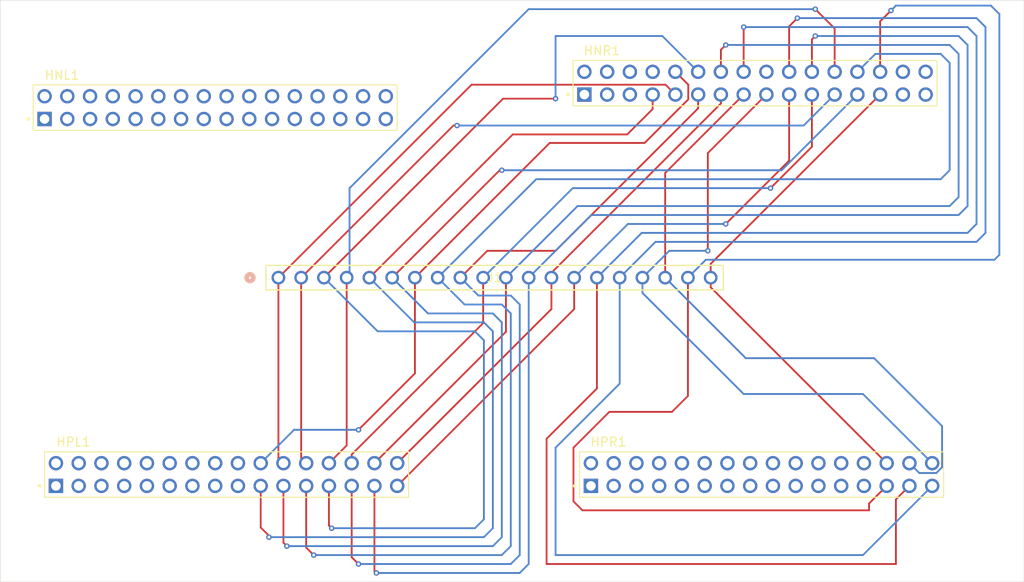
<source format=kicad_pcb>
(kicad_pcb (version 20240108) (generator "pcbnew") (generator_version "8.0")
  (layers (0 "F.Cu" signal) (31 "B.Cu" signal) (34 "B.Paste" user) (35 "F.Paste" user) (36 "B.SilkS" user "B.Silkscreen") (37 "F.SilkS" user "F.Silkscreen") (38 "B.Mask" user) (39 "F.Mask" user) (44 "Edge.Cuts" user))
  (net 0 "")
  (net 1 "1x2")
  (net 2 "2x4")
  (net 3 "1x3")
  (net 4 "2x3")
  (net 5 "2x2")
  (net 6 "2x1")
  (net 7 "1x1")
  (net 8 "3x2")
  (net 9 "3x1")
  (net 10 "4x2")
  (net 11 "4x1")
  (net 12 "3x4")
  (net 13 "SOURCE")
  (net 14 "1x4")
  (net 15 "3x3")
  (net 16 "4x3")
  (net 17 "BCOM")
  (net 18 "GATE")
  (net 19 "BULK")
  (net 20 "4x4")
  (footprint "MountingHole:MountingHole_3mm" (layer "F.Cu") (at 221 94)
    (property "Reference" "REF**" (hide yes))
    (property "Value" "MountingHole_3mm" (hide yes))
    (pad "" np_thru_hole circle (at 0 0) (size 3 3) (drill 3) (layers "*.Cu" "*.Mask"))
  )
  (footprint "M20-9981645:HARWIN_M20-9981645" (layer "F.Cu") (at 136.27 114)
    (property "Reference" "HPL1" (at -17.105 -3.635 0) (layer "F.SilkS"))
    (property "Value" "M20-9981645" (hide yes))
    (fp_line (start -20.32 -2.54) (end 20.32 -2.54) (stroke (width 0.127)) (layer "F.SilkS"))
    (fp_line (start -20.32 2.54) (end -20.32 -2.54) (stroke (width 0.127)) (layer "F.SilkS"))
    (fp_line (start 20.32 -2.54) (end 20.32 2.54) (stroke (width 0.127)) (layer "F.SilkS"))
    (fp_line (start 20.32 2.54) (end -20.32 2.54) (stroke (width 0.127)) (layer "F.SilkS"))
    (fp_circle (center -20.88 1.27) (end -20.78 1.27) (stroke (width 0.2)) (fill none) (layer "F.SilkS"))
    (pad "1" thru_hole rect (at -19.05 1.27) (size 1.605 1.605) (drill 1.07) (layers "*.Cu" "*.Mask"))
    (pad "2" thru_hole circle (at -19.05 -1.27) (size 1.605 1.605) (drill 1.07) (layers "*.Cu" "*.Mask"))
    (pad "3" thru_hole circle (at -16.51 1.27) (size 1.605 1.605) (drill 1.07) (layers "*.Cu" "*.Mask"))
    (pad "4" thru_hole circle (at -16.51 -1.27) (size 1.605 1.605) (drill 1.07) (layers "*.Cu" "*.Mask"))
    (pad "5" thru_hole circle (at -13.97 1.27) (size 1.605 1.605) (drill 1.07) (layers "*.Cu" "*.Mask"))
    (pad "6" thru_hole circle (at -13.97 -1.27) (size 1.605 1.605) (drill 1.07) (layers "*.Cu" "*.Mask"))
    (pad "7" thru_hole circle (at -11.43 1.27) (size 1.605 1.605) (drill 1.07) (layers "*.Cu" "*.Mask"))
    (pad "8" thru_hole circle (at -11.43 -1.27) (size 1.605 1.605) (drill 1.07) (layers "*.Cu" "*.Mask"))
    (pad "9" thru_hole circle (at -8.89 1.27) (size 1.605 1.605) (drill 1.07) (layers "*.Cu" "*.Mask"))
    (pad "10" thru_hole circle (at -8.89 -1.27) (size 1.605 1.605) (drill 1.07) (layers "*.Cu" "*.Mask"))
    (pad "11" thru_hole circle (at -6.35 1.27) (size 1.605 1.605) (drill 1.07) (layers "*.Cu" "*.Mask"))
    (pad "12" thru_hole circle (at -6.35 -1.27) (size 1.605 1.605) (drill 1.07) (layers "*.Cu" "*.Mask"))
    (pad "13" thru_hole circle (at -3.81 1.27) (size 1.605 1.605) (drill 1.07) (layers "*.Cu" "*.Mask"))
    (pad "14" thru_hole circle (at -3.81 -1.27) (size 1.605 1.605) (drill 1.07) (layers "*.Cu" "*.Mask"))
    (pad "15" thru_hole circle (at -1.27 1.27) (size 1.605 1.605) (drill 1.07) (layers "*.Cu" "*.Mask"))
    (pad "16" thru_hole circle (at -1.27 -1.27) (size 1.605 1.605) (drill 1.07) (layers "*.Cu" "*.Mask"))
    (pad "17" thru_hole circle (at 1.27 1.27) (size 1.605 1.605) (drill 1.07) (layers "*.Cu" "*.Mask"))
    (pad "18" thru_hole circle (at 1.27 -1.27) (size 1.605 1.605) (drill 1.07) (layers "*.Cu" "*.Mask"))
    (pad "19" thru_hole circle (at 3.81 1.27) (size 1.605 1.605) (drill 1.07) (layers "*.Cu" "*.Mask") (net 6 "2x1"))
    (pad "20" thru_hole circle (at 3.81 -1.27) (size 1.605 1.605) (drill 1.07) (layers "*.Cu" "*.Mask") (net 4 "2x3"))
    (pad "21" thru_hole circle (at 6.35 1.27) (size 1.605 1.605) (drill 1.07) (layers "*.Cu" "*.Mask") (net 5 "2x2"))
    (pad "22" thru_hole circle (at 6.35 -1.27) (size 1.605 1.605) (drill 1.07) (layers "*.Cu" "*.Mask") (net 7 "1x1"))
    (pad "23" thru_hole circle (at 8.89 1.27) (size 1.605 1.605) (drill 1.07) (layers "*.Cu" "*.Mask") (net 2 "2x4"))
    (pad "24" thru_hole circle (at 8.89 -1.27) (size 1.605 1.605) (drill 1.07) (layers "*.Cu" "*.Mask") (net 1 "1x2"))
    (pad "25" thru_hole circle (at 11.43 1.27) (size 1.605 1.605) (drill 1.07) (layers "*.Cu" "*.Mask") (net 3 "1x3"))
    (pad "26" thru_hole circle (at 11.43 -1.27) (size 1.605 1.605) (drill 1.07) (layers "*.Cu" "*.Mask") (net 14 "1x4"))
    (pad "27" thru_hole circle (at 13.97 1.27) (size 1.605 1.605) (drill 1.07) (layers "*.Cu" "*.Mask") (net 9 "3x1"))
    (pad "28" thru_hole circle (at 13.97 -1.27) (size 1.605 1.605) (drill 1.07) (layers "*.Cu" "*.Mask") (net 8 "3x2"))
    (pad "29" thru_hole circle (at 16.51 1.27) (size 1.605 1.605) (drill 1.07) (layers "*.Cu" "*.Mask") (net 12 "3x4"))
    (pad "30" thru_hole circle (at 16.51 -1.27) (size 1.605 1.605) (drill 1.07) (layers "*.Cu" "*.Mask") (net 15 "3x3"))
    (pad "31" thru_hole circle (at 19.05 1.27) (size 1.605 1.605) (drill 1.07) (layers "*.Cu" "*.Mask") (net 10 "4x2"))
    (pad "32" thru_hole circle (at 19.05 -1.27) (size 1.605 1.605) (drill 1.07) (layers "*.Cu" "*.Mask") (net 11 "4x1"))
  )
  (footprint "footprints:CONN_PH1-20-UA_ADM" (layer "F.Cu") (at 142.06 92)
    (property "Reference" "J1" (at 24.13 0 0) (layer "F.SilkS"))
    (property "Value" "PH1-20-UA")
    (fp_circle (center -3.175 0) (end -2.794 0) (stroke (width 0.508)) (fill none) (layer "B.SilkS"))
    (fp_line (start -1.397 -1.3716) (end -1.397 1.3716) (stroke (width 0.1524)) (layer "F.SilkS"))
    (fp_line (start -1.397 1.3716) (end 49.657 1.3716) (stroke (width 0.1524)) (layer "F.SilkS"))
    (fp_line (start 49.657 -1.3716) (end -1.397 -1.3716) (stroke (width 0.1524)) (layer "F.SilkS"))
    (fp_line (start 49.657 1.3716) (end 49.657 -1.3716) (stroke (width 0.1524)) (layer "F.SilkS"))
    (fp_circle (center -3.175 0) (end -2.794 0) (stroke (width 0.508)) (fill none) (layer "F.SilkS"))
    (pad "1" thru_hole circle (at 0 0) (size 1.524 1.524) (drill 1.016) (layers "*.Cu" "*.Mask") (net 7 "1x1"))
    (pad "2" thru_hole circle (at 2.54 0) (size 1.524 1.524) (drill 1.016) (layers "*.Cu" "*.Mask") (net 1 "1x2"))
    (pad "3" thru_hole circle (at 5.08 0) (size 1.524 1.524) (drill 1.016) (layers "*.Cu" "*.Mask") (net 3 "1x3"))
    (pad "4" thru_hole circle (at 7.62 0) (size 1.524 1.524) (drill 1.016) (layers "*.Cu" "*.Mask") (net 14 "1x4"))
    (pad "5" thru_hole circle (at 10.16 0) (size 1.524 1.524) (drill 1.016) (layers "*.Cu" "*.Mask") (net 6 "2x1"))
    (pad "6" thru_hole circle (at 12.7 0) (size 1.524 1.524) (drill 1.016) (layers "*.Cu" "*.Mask") (net 5 "2x2"))
    (pad "7" thru_hole circle (at 15.24 0) (size 1.524 1.524) (drill 1.016) (layers "*.Cu" "*.Mask") (net 4 "2x3"))
    (pad "8" thru_hole circle (at 17.78 0) (size 1.524 1.524) (drill 1.016) (layers "*.Cu" "*.Mask") (net 2 "2x4"))
    (pad "9" thru_hole circle (at 20.32 0) (size 1.524 1.524) (drill 1.016) (layers "*.Cu" "*.Mask") (net 9 "3x1"))
    (pad "10" thru_hole circle (at 22.86 0) (size 1.524 1.524) (drill 1.016) (layers "*.Cu" "*.Mask") (net 8 "3x2"))
    (pad "11" thru_hole circle (at 25.4 0) (size 1.524 1.524) (drill 1.016) (layers "*.Cu" "*.Mask") (net 15 "3x3"))
    (pad "12" thru_hole circle (at 27.94 0) (size 1.524 1.524) (drill 1.016) (layers "*.Cu" "*.Mask") (net 12 "3x4"))
    (pad "13" thru_hole circle (at 30.48 0) (size 1.524 1.524) (drill 1.016) (layers "*.Cu" "*.Mask") (net 11 "4x1"))
    (pad "14" thru_hole circle (at 33.02 0) (size 1.524 1.524) (drill 1.016) (layers "*.Cu" "*.Mask") (net 10 "4x2"))
    (pad "15" thru_hole circle (at 35.56 0) (size 1.524 1.524) (drill 1.016) (layers "*.Cu" "*.Mask") (net 16 "4x3"))
    (pad "16" thru_hole circle (at 38.1 0) (size 1.524 1.524) (drill 1.016) (layers "*.Cu" "*.Mask") (net 20 "4x4"))
    (pad "17" thru_hole circle (at 40.64 0) (size 1.524 1.524) (drill 1.016) (layers "*.Cu" "*.Mask") (net 18 "GATE"))
    (pad "18" thru_hole circle (at 43.18 0) (size 1.524 1.524) (drill 1.016) (layers "*.Cu" "*.Mask") (net 13 "SOURCE"))
    (pad "19" thru_hole circle (at 45.72 0) (size 1.524 1.524) (drill 1.016) (layers "*.Cu" "*.Mask") (net 19 "BULK"))
    (pad "20" thru_hole circle (at 48.26 0) (size 1.524 1.524) (drill 1.016) (layers "*.Cu" "*.Mask") (net 17 "BCOM"))
  )
  (footprint "M20-9981645:HARWIN_M20-9981645" (layer "F.Cu") (at 196 114)
    (property "Reference" "HPR1" (at -17.105 -3.635 0) (layer "F.SilkS"))
    (property "Value" "M20-9981645" (hide yes))
    (fp_line (start -20.32 -2.54) (end 20.32 -2.54) (stroke (width 0.127)) (layer "F.SilkS"))
    (fp_line (start -20.32 2.54) (end -20.32 -2.54) (stroke (width 0.127)) (layer "F.SilkS"))
    (fp_line (start 20.32 -2.54) (end 20.32 2.54) (stroke (width 0.127)) (layer "F.SilkS"))
    (fp_line (start 20.32 2.54) (end -20.32 2.54) (stroke (width 0.127)) (layer "F.SilkS"))
    (fp_circle (center -20.88 1.27) (end -20.78 1.27) (stroke (width 0.2)) (fill none) (layer "F.SilkS"))
    (pad "1" thru_hole rect (at -19.05 1.27) (size 1.605 1.605) (drill 1.07) (layers "*.Cu" "*.Mask"))
    (pad "2" thru_hole circle (at -19.05 -1.27) (size 1.605 1.605) (drill 1.07) (layers "*.Cu" "*.Mask"))
    (pad "3" thru_hole circle (at -16.51 1.27) (size 1.605 1.605) (drill 1.07) (layers "*.Cu" "*.Mask"))
    (pad "4" thru_hole circle (at -16.51 -1.27) (size 1.605 1.605) (drill 1.07) (layers "*.Cu" "*.Mask"))
    (pad "5" thru_hole circle (at -13.97 1.27) (size 1.605 1.605) (drill 1.07) (layers "*.Cu" "*.Mask"))
    (pad "6" thru_hole circle (at -13.97 -1.27) (size 1.605 1.605) (drill 1.07) (layers "*.Cu" "*.Mask"))
    (pad "7" thru_hole circle (at -11.43 1.27) (size 1.605 1.605) (drill 1.07) (layers "*.Cu" "*.Mask"))
    (pad "8" thru_hole circle (at -11.43 -1.27) (size 1.605 1.605) (drill 1.07) (layers "*.Cu" "*.Mask"))
    (pad "9" thru_hole circle (at -8.89 1.27) (size 1.605 1.605) (drill 1.07) (layers "*.Cu" "*.Mask"))
    (pad "10" thru_hole circle (at -8.89 -1.27) (size 1.605 1.605) (drill 1.07) (layers "*.Cu" "*.Mask"))
    (pad "11" thru_hole circle (at -6.35 1.27) (size 1.605 1.605) (drill 1.07) (layers "*.Cu" "*.Mask"))
    (pad "12" thru_hole circle (at -6.35 -1.27) (size 1.605 1.605) (drill 1.07) (layers "*.Cu" "*.Mask"))
    (pad "13" thru_hole circle (at -3.81 1.27) (size 1.605 1.605) (drill 1.07) (layers "*.Cu" "*.Mask"))
    (pad "14" thru_hole circle (at -3.81 -1.27) (size 1.605 1.605) (drill 1.07) (layers "*.Cu" "*.Mask"))
    (pad "15" thru_hole circle (at -1.27 1.27) (size 1.605 1.605) (drill 1.07) (layers "*.Cu" "*.Mask"))
    (pad "16" thru_hole circle (at -1.27 -1.27) (size 1.605 1.605) (drill 1.07) (layers "*.Cu" "*.Mask"))
    (pad "17" thru_hole circle (at 1.27 1.27) (size 1.605 1.605) (drill 1.07) (layers "*.Cu" "*.Mask"))
    (pad "18" thru_hole circle (at 1.27 -1.27) (size 1.605 1.605) (drill 1.07) (layers "*.Cu" "*.Mask"))
    (pad "19" thru_hole circle (at 3.81 1.27) (size 1.605 1.605) (drill 1.07) (layers "*.Cu" "*.Mask"))
    (pad "20" thru_hole circle (at 3.81 -1.27) (size 1.605 1.605) (drill 1.07) (layers "*.Cu" "*.Mask"))
    (pad "21" thru_hole circle (at 6.35 1.27) (size 1.605 1.605) (drill 1.07) (layers "*.Cu" "*.Mask"))
    (pad "22" thru_hole circle (at 6.35 -1.27) (size 1.605 1.605) (drill 1.07) (layers "*.Cu" "*.Mask"))
    (pad "23" thru_hole circle (at 8.89 1.27) (size 1.605 1.605) (drill 1.07) (layers "*.Cu" "*.Mask"))
    (pad "24" thru_hole circle (at 8.89 -1.27) (size 1.605 1.605) (drill 1.07) (layers "*.Cu" "*.Mask"))
    (pad "25" thru_hole circle (at 11.43 1.27) (size 1.605 1.605) (drill 1.07) (layers "*.Cu" "*.Mask"))
    (pad "26" thru_hole circle (at 11.43 -1.27) (size 1.605 1.605) (drill 1.07) (layers "*.Cu" "*.Mask"))
    (pad "27" thru_hole circle (at 13.97 1.27) (size 1.605 1.605) (drill 1.07) (layers "*.Cu" "*.Mask") (net 19 "BULK"))
    (pad "28" thru_hole circle (at 13.97 -1.27) (size 1.605 1.605) (drill 1.07) (layers "*.Cu" "*.Mask") (net 17 "BCOM"))
    (pad "29" thru_hole circle (at 16.51 1.27) (size 1.605 1.605) (drill 1.07) (layers "*.Cu" "*.Mask") (net 16 "4x3"))
    (pad "30" thru_hole circle (at 16.51 -1.27) (size 1.605 1.605) (drill 1.07) (layers "*.Cu" "*.Mask") (net 13 "SOURCE"))
    (pad "31" thru_hole circle (at 19.05 1.27) (size 1.605 1.605) (drill 1.07) (layers "*.Cu" "*.Mask") (net 20 "4x4"))
    (pad "32" thru_hole circle (at 19.05 -1.27) (size 1.605 1.605) (drill 1.07) (layers "*.Cu" "*.Mask") (net 18 "GATE"))
  )
  (footprint "MountingHole:MountingHole_3mm" (layer "F.Cu") (at 115 122)
    (property "Reference" "REF**" (hide yes))
    (property "Value" "MountingHole_3mm" (hide yes))
    (pad "" np_thru_hole circle (at 0 0) (size 3 3) (drill 3) (layers "*.Cu" "*.Mask"))
  )
  (footprint "M20-9981645:HARWIN_M20-9981645" (layer "F.Cu") (at 195.27 70.27)
    (property "Reference" "HNR1" (at -17.105 -3.635 0) (layer "F.SilkS"))
    (property "Value" "M20-9981645" (hide yes))
    (fp_line (start -20.32 -2.54) (end 20.32 -2.54) (stroke (width 0.127)) (layer "F.SilkS"))
    (fp_line (start -20.32 2.54) (end -20.32 -2.54) (stroke (width 0.127)) (layer "F.SilkS"))
    (fp_line (start 20.32 -2.54) (end 20.32 2.54) (stroke (width 0.127)) (layer "F.SilkS"))
    (fp_line (start 20.32 2.54) (end -20.32 2.54) (stroke (width 0.127)) (layer "F.SilkS"))
    (fp_circle (center -20.88 1.27) (end -20.78 1.27) (stroke (width 0.2)) (fill none) (layer "F.SilkS"))
    (pad "1" thru_hole rect (at -19.05 1.27) (size 1.605 1.605) (drill 1.07) (layers "*.Cu" "*.Mask"))
    (pad "2" thru_hole circle (at -19.05 -1.27) (size 1.605 1.605) (drill 1.07) (layers "*.Cu" "*.Mask"))
    (pad "3" thru_hole circle (at -16.51 1.27) (size 1.605 1.605) (drill 1.07) (layers "*.Cu" "*.Mask"))
    (pad "4" thru_hole circle (at -16.51 -1.27) (size 1.605 1.605) (drill 1.07) (layers "*.Cu" "*.Mask"))
    (pad "5" thru_hole circle (at -13.97 1.27) (size 1.605 1.605) (drill 1.07) (layers "*.Cu" "*.Mask"))
    (pad "6" thru_hole circle (at -13.97 -1.27) (size 1.605 1.605) (drill 1.07) (layers "*.Cu" "*.Mask"))
    (pad "7" thru_hole circle (at -11.43 1.27) (size 1.605 1.605) (drill 1.07) (layers "*.Cu" "*.Mask") (net 6 "2x1"))
    (pad "8" thru_hole circle (at -11.43 -1.27) (size 1.605 1.605) (drill 1.07) (layers "*.Cu" "*.Mask"))
    (pad "9" thru_hole circle (at -8.89 1.27) (size 1.605 1.605) (drill 1.07) (layers "*.Cu" "*.Mask") (net 7 "1x1"))
    (pad "10" thru_hole circle (at -8.89 -1.27) (size 1.605 1.605) (drill 1.07) (layers "*.Cu" "*.Mask") (net 4 "2x3"))
    (pad "11" thru_hole circle (at -6.35 1.27) (size 1.605 1.605) (drill 1.07) (layers "*.Cu" "*.Mask") (net 9 "3x1"))
    (pad "12" thru_hole circle (at -6.35 -1.27) (size 1.605 1.605) (drill 1.07) (layers "*.Cu" "*.Mask") (net 3 "1x3"))
    (pad "13" thru_hole circle (at -3.81 1.27) (size 1.605 1.605) (drill 1.07) (layers "*.Cu" "*.Mask") (net 11 "4x1"))
    (pad "14" thru_hole circle (at -3.81 -1.27) (size 1.605 1.605) (drill 1.07) (layers "*.Cu" "*.Mask") (net 15 "3x3"))
    (pad "15" thru_hole circle (at -1.27 1.27) (size 1.605 1.605) (drill 1.07) (layers "*.Cu" "*.Mask") (net 13 "SOURCE"))
    (pad "16" thru_hole circle (at -1.27 -1.27) (size 1.605 1.605) (drill 1.07) (layers "*.Cu" "*.Mask") (net 16 "4x3"))
    (pad "17" thru_hole circle (at 1.27 1.27) (size 1.605 1.605) (drill 1.07) (layers "*.Cu" "*.Mask") (net 18 "GATE"))
    (pad "18" thru_hole circle (at 1.27 -1.27) (size 1.605 1.605) (drill 1.07) (layers "*.Cu" "*.Mask"))
    (pad "19" thru_hole circle (at 3.81 1.27) (size 1.605 1.605) (drill 1.07) (layers "*.Cu" "*.Mask") (net 10 "4x2"))
    (pad "20" thru_hole circle (at 3.81 -1.27) (size 1.605 1.605) (drill 1.07) (layers "*.Cu" "*.Mask") (net 20 "4x4"))
    (pad "21" thru_hole circle (at 6.35 1.27) (size 1.605 1.605) (drill 1.07) (layers "*.Cu" "*.Mask") (net 8 "3x2"))
    (pad "22" thru_hole circle (at 6.35 -1.27) (size 1.605 1.605) (drill 1.07) (layers "*.Cu" "*.Mask") (net 12 "3x4"))
    (pad "23" thru_hole circle (at 8.89 1.27) (size 1.605 1.605) (drill 1.07) (layers "*.Cu" "*.Mask") (net 1 "1x2"))
    (pad "24" thru_hole circle (at 8.89 -1.27) (size 1.605 1.605) (drill 1.07) (layers "*.Cu" "*.Mask") (net 14 "1x4"))
    (pad "25" thru_hole circle (at 11.43 1.27) (size 1.605 1.605) (drill 1.07) (layers "*.Cu" "*.Mask") (net 5 "2x2"))
    (pad "26" thru_hole circle (at 11.43 -1.27) (size 1.605 1.605) (drill 1.07) (layers "*.Cu" "*.Mask") (net 2 "2x4"))
    (pad "27" thru_hole circle (at 13.97 1.27) (size 1.605 1.605) (drill 1.07) (layers "*.Cu" "*.Mask") (net 17 "BCOM"))
    (pad "28" thru_hole circle (at 13.97 -1.27) (size 1.605 1.605) (drill 1.07) (layers "*.Cu" "*.Mask") (net 19 "BULK"))
    (pad "29" thru_hole circle (at 16.51 1.27) (size 1.605 1.605) (drill 1.07) (layers "*.Cu" "*.Mask"))
    (pad "30" thru_hole circle (at 16.51 -1.27) (size 1.605 1.605) (drill 1.07) (layers "*.Cu" "*.Mask"))
    (pad "31" thru_hole circle (at 19.05 1.27) (size 1.605 1.605) (drill 1.07) (layers "*.Cu" "*.Mask"))
    (pad "32" thru_hole circle (at 19.05 -1.27) (size 1.605 1.605) (drill 1.07) (layers "*.Cu" "*.Mask"))
  )
  (footprint "M20-9981645:HARWIN_M20-9981645" (layer "F.Cu") (at 135 73)
    (property "Reference" "HNL1" (at -17.105 -3.635 0) (layer "F.SilkS"))
    (property "Value" "M20-9981645" (hide yes))
    (fp_line (start -20.32 -2.54) (end 20.32 -2.54) (stroke (width 0.127)) (layer "F.SilkS"))
    (fp_line (start -20.32 2.54) (end -20.32 -2.54) (stroke (width 0.127)) (layer "F.SilkS"))
    (fp_line (start 20.32 -2.54) (end 20.32 2.54) (stroke (width 0.127)) (layer "F.SilkS"))
    (fp_line (start 20.32 2.54) (end -20.32 2.54) (stroke (width 0.127)) (layer "F.SilkS"))
    (fp_circle (center -20.88 1.27) (end -20.78 1.27) (stroke (width 0.2)) (fill none) (layer "F.SilkS"))
    (pad "1" thru_hole rect (at -19.05 1.27) (size 1.605 1.605) (drill 1.07) (layers "*.Cu" "*.Mask"))
    (pad "2" thru_hole circle (at -19.05 -1.27) (size 1.605 1.605) (drill 1.07) (layers "*.Cu" "*.Mask"))
    (pad "3" thru_hole circle (at -16.51 1.27) (size 1.605 1.605) (drill 1.07) (layers "*.Cu" "*.Mask"))
    (pad "4" thru_hole circle (at -16.51 -1.27) (size 1.605 1.605) (drill 1.07) (layers "*.Cu" "*.Mask"))
    (pad "5" thru_hole circle (at -13.97 1.27) (size 1.605 1.605) (drill 1.07) (layers "*.Cu" "*.Mask"))
    (pad "6" thru_hole circle (at -13.97 -1.27) (size 1.605 1.605) (drill 1.07) (layers "*.Cu" "*.Mask"))
    (pad "7" thru_hole circle (at -11.43 1.27) (size 1.605 1.605) (drill 1.07) (layers "*.Cu" "*.Mask"))
    (pad "8" thru_hole circle (at -11.43 -1.27) (size 1.605 1.605) (drill 1.07) (layers "*.Cu" "*.Mask"))
    (pad "9" thru_hole circle (at -8.89 1.27) (size 1.605 1.605) (drill 1.07) (layers "*.Cu" "*.Mask"))
    (pad "10" thru_hole circle (at -8.89 -1.27) (size 1.605 1.605) (drill 1.07) (layers "*.Cu" "*.Mask"))
    (pad "11" thru_hole circle (at -6.35 1.27) (size 1.605 1.605) (drill 1.07) (layers "*.Cu" "*.Mask"))
    (pad "12" thru_hole circle (at -6.35 -1.27) (size 1.605 1.605) (drill 1.07) (layers "*.Cu" "*.Mask"))
    (pad "13" thru_hole circle (at -3.81 1.27) (size 1.605 1.605) (drill 1.07) (layers "*.Cu" "*.Mask"))
    (pad "14" thru_hole circle (at -3.81 -1.27) (size 1.605 1.605) (drill 1.07) (layers "*.Cu" "*.Mask"))
    (pad "15" thru_hole circle (at -1.27 1.27) (size 1.605 1.605) (drill 1.07) (layers "*.Cu" "*.Mask"))
    (pad "16" thru_hole circle (at -1.27 -1.27) (size 1.605 1.605) (drill 1.07) (layers "*.Cu" "*.Mask"))
    (pad "17" thru_hole circle (at 1.27 1.27) (size 1.605 1.605) (drill 1.07) (layers "*.Cu" "*.Mask"))
    (pad "18" thru_hole circle (at 1.27 -1.27) (size 1.605 1.605) (drill 1.07) (layers "*.Cu" "*.Mask"))
    (pad "19" thru_hole circle (at 3.81 1.27) (size 1.605 1.605) (drill 1.07) (layers "*.Cu" "*.Mask"))
    (pad "20" thru_hole circle (at 3.81 -1.27) (size 1.605 1.605) (drill 1.07) (layers "*.Cu" "*.Mask"))
    (pad "21" thru_hole circle (at 6.35 1.27) (size 1.605 1.605) (drill 1.07) (layers "*.Cu" "*.Mask"))
    (pad "22" thru_hole circle (at 6.35 -1.27) (size 1.605 1.605) (drill 1.07) (layers "*.Cu" "*.Mask"))
    (pad "23" thru_hole circle (at 8.89 1.27) (size 1.605 1.605) (drill 1.07) (layers "*.Cu" "*.Mask"))
    (pad "24" thru_hole circle (at 8.89 -1.27) (size 1.605 1.605) (drill 1.07) (layers "*.Cu" "*.Mask"))
    (pad "25" thru_hole circle (at 11.43 1.27) (size 1.605 1.605) (drill 1.07) (layers "*.Cu" "*.Mask"))
    (pad "26" thru_hole circle (at 11.43 -1.27) (size 1.605 1.605) (drill 1.07) (layers "*.Cu" "*.Mask"))
    (pad "27" thru_hole circle (at 13.97 1.27) (size 1.605 1.605) (drill 1.07) (layers "*.Cu" "*.Mask"))
    (pad "28" thru_hole circle (at 13.97 -1.27) (size 1.605 1.605) (drill 1.07) (layers "*.Cu" "*.Mask"))
    (pad "29" thru_hole circle (at 16.51 1.27) (size 1.605 1.605) (drill 1.07) (layers "*.Cu" "*.Mask"))
    (pad "30" thru_hole circle (at 16.51 -1.27) (size 1.605 1.605) (drill 1.07) (layers "*.Cu" "*.Mask"))
    (pad "31" thru_hole circle (at 19.05 1.27) (size 1.605 1.605) (drill 1.07) (layers "*.Cu" "*.Mask"))
    (pad "32" thru_hole circle (at 19.05 -1.27) (size 1.605 1.605) (drill 1.07) (layers "*.Cu" "*.Mask"))
  )
  (footprint "MountingHole:MountingHole_3mm" (layer "F.Cu") (at 115 65)
    (property "Reference" "REF**" (hide yes))
    (property "Value" "MountingHole_3mm" (hide yes))
    (pad "" np_thru_hole circle (at 0 0) (size 3 3) (drill 3) (layers "*.Cu" "*.Mask"))
  )
  (footprint "MountingHole:MountingHole_3mm" (layer "F.Cu") (at 221 122)
    (property "Reference" "REF**" (hide yes))
    (property "Value" "MountingHole_3mm" (hide yes))
    (pad "" np_thru_hole circle (at 0 0) (size 3 3) (drill 3) (layers "*.Cu" "*.Mask"))
  )
  (gr_rect (start 111 61) (end 225.3 126) (stroke (width 0.05)) (fill none) (layer "Edge.Cuts"))
  (segment (start 144.6 92) (end 144.6 112.17) (width 0.2) (layer "F.Cu") (net 1))
  (segment (start 161.6 75) (end 144.6 92) (width 0.2) (layer "F.Cu") (net 1))
  (segment (start 162 75) (end 161.6 75) (width 0.2) (layer "F.Cu") (net 1))
  (segment (start 144.6 112.17) (end 145.16 112.73) (width 0.2) (layer "F.Cu") (net 1))
  (via (at 162 75) (size 0.6) (drill 0.3) (layers "F.Cu" "B.Cu") (net 1))
  (segment (start 200.7 75) (end 204.16 71.54) (width 0.2) (layer "B.Cu") (net 1))
  (segment (start 162 75) (end 200.7 75) (width 0.2) (layer "B.Cu") (net 1))
  (segment (start 145.16 122.16) (end 146 123) (width 0.2) (layer "F.Cu") (net 2))
  (segment (start 145.16 115.27) (end 145.16 122.16) (width 0.2) (layer "F.Cu") (net 2))
  (via (at 146 123) (size 0.6) (drill 0.3) (layers "F.Cu" "B.Cu") (net 2))
  (segment (start 216 81) (end 217 80) (width 0.2) (layer "B.Cu") (net 2))
  (segment (start 159.84 92) (end 170.84 81) (width 0.2) (layer "B.Cu") (net 2))
  (segment (start 167 95) (end 168 96) (width 0.2) (layer "B.Cu") (net 2))
  (segment (start 168 96) (end 168 122) (width 0.2) (layer "B.Cu") (net 2))
  (segment (start 170.84 81) (end 216 81) (width 0.2) (layer "B.Cu") (net 2))
  (segment (start 217 68) (end 216 67) (width 0.2) (layer "B.Cu") (net 2))
  (segment (start 167 123) (end 146 123) (width 0.2) (layer "B.Cu") (net 2))
  (segment (start 217 80) (end 217 68) (width 0.2) (layer "B.Cu") (net 2))
  (segment (start 162.84 95) (end 167 95) (width 0.2) (layer "B.Cu") (net 2))
  (segment (start 216 67) (end 208.7 67) (width 0.2) (layer "B.Cu") (net 2))
  (segment (start 159.84 92) (end 162.84 95) (width 0.2) (layer "B.Cu") (net 2))
  (segment (start 168 122) (end 167 123) (width 0.2) (layer "B.Cu") (net 2))
  (segment (start 208.7 67) (end 206.7 69) (width 0.2) (layer "B.Cu") (net 2))
  (segment (start 147.14 92) (end 167.14 72) (width 0.2) (layer "F.Cu") (net 3))
  (segment (start 167.14 72) (end 173 72) (width 0.2) (layer "F.Cu") (net 3))
  (segment (start 147.7 115.27) (end 147.7 119.7) (width 0.2) (layer "F.Cu") (net 3))
  (segment (start 147.7 119.7) (end 148 120) (width 0.2) (layer "F.Cu") (net 3))
  (via (at 148 120) (size 0.6) (drill 0.3) (layers "F.Cu" "B.Cu") (net 3))
  (via (at 173 72) (size 0.6) (drill 0.3) (layers "F.Cu" "B.Cu") (net 3))
  (segment (start 164 98) (end 165 99) (width 0.2) (layer "B.Cu") (net 3))
  (segment (start 165 99) (end 165 119) (width 0.2) (layer "B.Cu") (net 3))
  (segment (start 165 119) (end 164 120) (width 0.2) (layer "B.Cu") (net 3))
  (segment (start 173 65) (end 184.92 65) (width 0.2) (layer "B.Cu") (net 3))
  (segment (start 164 120) (end 148 120) (width 0.2) (layer "B.Cu") (net 3))
  (segment (start 153.14 98) (end 164 98) (width 0.2) (layer "B.Cu") (net 3))
  (segment (start 147.14 92) (end 153.14 98) (width 0.2) (layer "B.Cu") (net 3))
  (segment (start 184.92 65) (end 188.92 69) (width 0.2) (layer "B.Cu") (net 3))
  (segment (start 173 72) (end 173 65) (width 0.2) (layer "B.Cu") (net 3))
  (segment (start 182.947157 76.947157) (end 187.8175 72.076814) (width 0.2) (layer "F.Cu") (net 4))
  (segment (start 157.3 92) (end 157.3 102.7) (width 0.2) (layer "F.Cu") (net 4))
  (segment (start 157.3 102.7) (end 151 109) (width 0.2) (layer "F.Cu") (net 4))
  (segment (start 187.8175 70.4375) (end 186.38 69) (width 0.2) (layer "F.Cu") (net 4))
  (segment (start 157.3 92) (end 172.352843 76.947157) (width 0.2) (layer "F.Cu") (net 4))
  (segment (start 187.8175 72.076814) (end 187.8175 70.4375) (width 0.2) (layer "F.Cu") (net 4))
  (segment (start 172.352843 76.947157) (end 182.947157 76.947157) (width 0.2) (layer "F.Cu") (net 4))
  (via (at 151 109) (size 0.6) (drill 0.3) (layers "F.Cu" "B.Cu") (net 4))
  (segment (start 151 109) (end 143.81 109) (width 0.2) (layer "B.Cu") (net 4))
  (segment (start 143.81 109) (end 140.08 112.73) (width 0.2) (layer "B.Cu") (net 4))
  (segment (start 142.62 121.62) (end 143 122) (width 0.2) (layer "F.Cu") (net 5))
  (segment (start 142.62 115.27) (end 142.62 121.62) (width 0.2) (layer "F.Cu") (net 5))
  (segment (start 166.76 80) (end 167 80) (width 0.2) (layer "F.Cu") (net 5))
  (segment (start 154.76 92) (end 166.76 80) (width 0.2) (layer "F.Cu") (net 5))
  (via (at 143 122) (size 0.6) (drill 0.3) (layers "F.Cu" "B.Cu") (net 5))
  (via (at 167 80) (size 0.6) (drill 0.3) (layers "F.Cu" "B.Cu") (net 5))
  (segment (start 167 97) (end 167 121) (width 0.2) (layer "B.Cu") (net 5))
  (segment (start 167 121) (end 166 122) (width 0.2) (layer "B.Cu") (net 5))
  (segment (start 154.76 92) (end 158.76 96) (width 0.2) (layer "B.Cu") (net 5))
  (segment (start 167 80) (end 198.24 80) (width 0.2) (layer "B.Cu") (net 5))
  (segment (start 158.76 96) (end 166 96) (width 0.2) (layer "B.Cu") (net 5))
  (segment (start 166 122) (end 143 122) (width 0.2) (layer "B.Cu") (net 5))
  (segment (start 166 96) (end 167 97) (width 0.2) (layer "B.Cu") (net 5))
  (segment (start 198.24 80) (end 206.7 71.54) (width 0.2) (layer "B.Cu") (net 5))
  (segment (start 141 120.84) (end 140.08 119.92) (width 0.2) (layer "F.Cu") (net 6))
  (segment (start 181 76) (end 183.84 73.16) (width 0.2) (layer "F.Cu") (net 6))
  (segment (start 141 121) (end 141 120.84) (width 0.2) (layer "F.Cu") (net 6))
  (segment (start 152.22 92) (end 168.22 76) (width 0.2) (layer "F.Cu") (net 6))
  (segment (start 168.22 76) (end 181 76) (width 0.2) (layer "F.Cu") (net 6))
  (segment (start 140.08 119.92) (end 140.08 115.27) (width 0.2) (layer "F.Cu") (net 6))
  (segment (start 183.84 73.16) (end 183.84 71.54) (width 0.2) (layer "F.Cu") (net 6))
  (via (at 141 121) (size 0.6) (drill 0.3) (layers "F.Cu" "B.Cu") (net 6))
  (segment (start 166 120) (end 166 98) (width 0.2) (layer "B.Cu") (net 6))
  (segment (start 165 97) (end 157.22 97) (width 0.2) (layer "B.Cu") (net 6))
  (segment (start 166 98) (end 165 97) (width 0.2) (layer "B.Cu") (net 6))
  (segment (start 157.22 97) (end 152.22 92) (width 0.2) (layer "B.Cu") (net 6))
  (segment (start 165 121) (end 166 120) (width 0.2) (layer "B.Cu") (net 6))
  (segment (start 141 121) (end 165 121) (width 0.2) (layer "B.Cu") (net 6))
  (segment (start 142.06 92) (end 163.6225 70.4375) (width 0.2) (layer "F.Cu") (net 7))
  (segment (start 163.6225 70.4375) (end 185.2775 70.4375) (width 0.2) (layer "F.Cu") (net 7))
  (segment (start 142.06 112.17) (end 142.62 112.73) (width 0.2) (layer "F.Cu") (net 7))
  (segment (start 142.06 92) (end 142.06 112.17) (width 0.2) (layer "F.Cu") (net 7))
  (segment (start 185.2775 70.4375) (end 186.38 71.54) (width 0.2) (layer "F.Cu") (net 7))
  (segment (start 164.92 97.08) (end 164.92 92) (width 0.2) (layer "F.Cu") (net 8))
  (segment (start 150.24 111.76) (end 164.92 97.08) (width 0.2) (layer "F.Cu") (net 8))
  (segment (start 197 82) (end 201.62 77.38) (width 0.2) (layer "F.Cu") (net 8))
  (segment (start 201.62 77.38) (end 201.62 71.54) (width 0.2) (layer "F.Cu") (net 8))
  (segment (start 150.24 112.73) (end 150.24 111.76) (width 0.2) (layer "F.Cu") (net 8))
  (via (at 197 82) (size 0.6) (drill 0.3) (layers "F.Cu" "B.Cu") (net 8))
  (segment (start 164.92 92) (end 174.92 82) (width 0.2) (layer "B.Cu") (net 8))
  (segment (start 174.92 82) (end 197 82) (width 0.2) (layer "B.Cu") (net 8))
  (segment (start 151 124) (end 150.24 123.24) (width 0.2) (layer "F.Cu") (net 9))
  (segment (start 173 89) (end 188.92 73.08) (width 0.2) (layer "F.Cu") (net 9))
  (segment (start 165.38 89) (end 173 89) (width 0.2) (layer "F.Cu") (net 9))
  (segment (start 188.92 73.08) (end 188.92 71.54) (width 0.2) (layer "F.Cu") (net 9))
  (segment (start 150.24 123.24) (end 150.24 115.27) (width 0.2) (layer "F.Cu") (net 9))
  (segment (start 162.38 92) (end 165.38 89) (width 0.2) (layer "F.Cu") (net 9))
  (via (at 151 124) (size 0.6) (drill 0.3) (layers "F.Cu" "B.Cu") (net 9))
  (segment (start 151 124) (end 168 124) (width 0.2) (layer "B.Cu") (net 9))
  (segment (start 168 94) (end 164.38 94) (width 0.2) (layer "B.Cu") (net 9))
  (segment (start 169 123) (end 169 95) (width 0.2) (layer "B.Cu") (net 9))
  (segment (start 168 124) (end 169 123) (width 0.2) (layer "B.Cu") (net 9))
  (segment (start 164.38 94) (end 162.38 92) (width 0.2) (layer "B.Cu") (net 9))
  (segment (start 169 95) (end 168 94) (width 0.2) (layer "B.Cu") (net 9))
  (segment (start 199.08 78.92) (end 192 86) (width 0.2) (layer "F.Cu") (net 10))
  (segment (start 199.08 71.54) (end 199.08 78.92) (width 0.2) (layer "F.Cu") (net 10))
  (segment (start 175.08 92) (end 175.08 95.51) (width 0.2) (layer "F.Cu") (net 10))
  (segment (start 175.08 95.51) (end 155.32 115.27) (width 0.2) (layer "F.Cu") (net 10))
  (via (at 192 86) (size 0.6) (drill 0.3) (layers "F.Cu" "B.Cu") (net 10))
  (segment (start 175.08 92) (end 181.08 86) (width 0.2) (layer "B.Cu") (net 10))
  (segment (start 181.08 86) (end 192 86) (width 0.2) (layer "B.Cu") (net 10))
  (segment (start 172.54 95.51) (end 155.32 112.73) (width 0.2) (layer "F.Cu") (net 11))
  (segment (start 172.54 91.46) (end 191.46 72.54) (width 0.2) (layer "F.Cu") (net 11))
  (segment (start 172.54 92) (end 172.54 95.51) (width 0.2) (layer "F.Cu") (net 11))
  (segment (start 172.54 92) (end 172.54 91.46) (width 0.2) (layer "F.Cu") (net 11))
  (segment (start 191.46 72.54) (end 191.46 71.54) (width 0.2) (layer "F.Cu") (net 11))
  (segment (start 201.62 69) (end 201.62 65.38) (width 0.2) (layer "F.Cu") (net 12))
  (segment (start 152.78 124.78) (end 152.78 115.27) (width 0.2) (layer "F.Cu") (net 12))
  (segment (start 201.62 65.38) (end 202 65) (width 0.2) (layer "F.Cu") (net 12))
  (segment (start 153 125) (end 152.78 124.78) (width 0.2) (layer "F.Cu") (net 12))
  (via (at 202 65) (size 0.6) (drill 0.3) (layers "F.Cu" "B.Cu") (net 12))
  (via (at 153 125) (size 0.6) (drill 0.3) (layers "F.Cu" "B.Cu") (net 12))
  (segment (start 219 84) (end 219 66) (width 0.2) (layer "B.Cu") (net 12))
  (segment (start 169 125) (end 153 125) (width 0.2) (layer "B.Cu") (net 12))
  (segment (start 218 85) (end 219 84) (width 0.2) (layer "B.Cu") (net 12))
  (segment (start 218 65) (end 202 65) (width 0.2) (layer "B.Cu") (net 12))
  (segment (start 219 66) (end 218 65) (width 0.2) (layer "B.Cu") (net 12))
  (segment (start 170 92) (end 170 124) (width 0.2) (layer "B.Cu") (net 12))
  (segment (start 170 92) (end 177 85) (width 0.2) (layer "B.Cu") (net 12))
  (segment (start 177 85) (end 218 85) (width 0.2) (layer "B.Cu") (net 12))
  (segment (start 170 124) (end 169 125) (width 0.2) (layer "B.Cu") (net 12))
  (segment (start 185.24 80.3) (end 194 71.54) (width 0.2) (layer "F.Cu") (net 13))
  (segment (start 185.24 92) (end 185.24 80.3) (width 0.2) (layer "F.Cu") (net 13))
  (segment (start 216.1525 108.586815) (end 216.1525 113.186671) (width 0.2) (layer "B.Cu") (net 13))
  (segment (start 215.506671 113.8325) (end 213.6125 113.8325) (width 0.2) (layer "B.Cu") (net 13))
  (segment (start 185.24 92) (end 194.24 101) (width 0.2) (layer "B.Cu") (net 13))
  (segment (start 213.6125 113.8325) (end 212.51 112.73) (width 0.2) (layer "B.Cu") (net 13))
  (segment (start 208.565685 101) (end 216.1525 108.586815) (width 0.2) (layer "B.Cu") (net 13))
  (segment (start 194.24 101) (end 208.565685 101) (width 0.2) (layer "B.Cu") (net 13))
  (segment (start 216.1525 113.186671) (end 215.506671 113.8325) (width 0.2) (layer "B.Cu") (net 13))
  (segment (start 149.68 92) (end 149.68 110.75) (width 0.2) (layer "F.Cu") (net 14))
  (segment (start 204.16 64.16) (end 202 62) (width 0.2) (layer "F.Cu") (net 14))
  (segment (start 149.68 110.75) (end 147.7 112.73) (width 0.2) (layer "F.Cu") (net 14))
  (segment (start 204.16 69) (end 204.16 64.16) (width 0.2) (layer "F.Cu") (net 14))
  (via (at 202 62) (size 0.6) (drill 0.3) (layers "F.Cu" "B.Cu") (net 14))
  (segment (start 150 91.68) (end 149.68 92) (width 0.2) (layer "B.Cu") (net 14))
  (segment (start 150 82) (end 150 91.68) (width 0.2) (layer "B.Cu") (net 14))
  (segment (start 170 62) (end 150 82) (width 0.2) (layer "B.Cu") (net 14))
  (segment (start 202 62) (end 170 62) (width 0.2) (layer "B.Cu") (net 14))
  (segment (start 191.46 66.54) (end 192 66) (width 0.2) (layer "F.Cu") (net 15))
  (segment (start 191.46 69) (end 191.46 66.54) (width 0.2) (layer "F.Cu") (net 15))
  (segment (start 152.78 112.73) (end 167.46 98.05) (width 0.2) (layer "F.Cu") (net 15))
  (segment (start 167.46 98.05) (end 167.46 92) (width 0.2) (layer "F.Cu") (net 15))
  (via (at 192 66) (size 0.6) (drill 0.3) (layers "F.Cu" "B.Cu") (net 15))
  (segment (start 175.46 84) (end 217 84) (width 0.2) (layer "B.Cu") (net 15))
  (segment (start 218 67) (end 217 66) (width 0.2) (layer "B.Cu") (net 15))
  (segment (start 217 84) (end 218 83) (width 0.2) (layer "B.Cu") (net 15))
  (segment (start 167.46 92) (end 175.46 84) (width 0.2) (layer "B.Cu") (net 15))
  (segment (start 218 83) (end 218 82) (width 0.2) (layer "B.Cu") (net 15))
  (segment (start 218 82) (end 218 67) (width 0.2) (layer "B.Cu") (net 15))
  (segment (start 217 66) (end 192 66) (width 0.2) (layer "B.Cu") (net 15))
  (segment (start 177.62 104.38) (end 172 110) (width 0.2) (layer "F.Cu") (net 16))
  (segment (start 211 124) (end 211 116.78) (width 0.2) (layer "F.Cu") (net 16))
  (segment (start 172 124) (end 211 124) (width 0.2) (layer "F.Cu") (net 16))
  (segment (start 177.62 92) (end 177.62 104.38) (width 0.2) (layer "F.Cu") (net 16))
  (segment (start 172 110) (end 172 124) (width 0.2) (layer "F.Cu") (net 16))
  (segment (start 211 116.78) (end 212.51 115.27) (width 0.2) (layer "F.Cu") (net 16))
  (segment (start 194 69) (end 194 64) (width 0.2) (layer "F.Cu") (net 16))
  (via (at 194 64) (size 0.6) (drill 0.3) (layers "F.Cu" "B.Cu") (net 16))
  (segment (start 219 64) (end 220 65) (width 0.2) (layer "B.Cu") (net 16))
  (segment (start 219 87) (end 182.62 87) (width 0.2) (layer "B.Cu") (net 16))
  (segment (start 194 64) (end 219 64) (width 0.2) (layer "B.Cu") (net 16))
  (segment (start 182.62 87) (end 177.62 92) (width 0.2) (layer "B.Cu") (net 16))
  (segment (start 220 65) (end 220 86) (width 0.2) (layer "B.Cu") (net 16))
  (segment (start 220 86) (end 219 87) (width 0.2) (layer "B.Cu") (net 16))
  (segment (start 190.32 92) (end 190.32 90.46) (width 0.2) (layer "F.Cu") (net 17))
  (segment (start 190.32 90.46) (end 209.24 71.54) (width 0.2) (layer "F.Cu") (net 17))
  (segment (start 190.32 92) (end 190.32 93.08) (width 0.2) (layer "F.Cu") (net 17))
  (segment (start 190.32 93.08) (end 209.97 112.73) (width 0.2) (layer "F.Cu") (net 17))
  (segment (start 190 78.08) (end 196.54 71.54) (width 0.2) (layer "F.Cu") (net 18))
  (segment (start 190 89) (end 190 78.08) (width 0.2) (layer "F.Cu") (net 18))
  (via (at 190 89) (size 0.6) (drill 0.3) (layers "F.Cu" "B.Cu") (net 18))
  (segment (start 207.32 105) (end 215.05 112.73) (width 0.2) (layer "B.Cu") (net 18))
  (segment (start 185.7 89) (end 190 89) (width 0.2) (layer "B.Cu") (net 18))
  (segment (start 194 105) (end 207.32 105) (width 0.2) (layer "B.Cu") (net 18))
  (segment (start 182.7 92) (end 182.7 93.7) (width 0.2) (layer "B.Cu") (net 18))
  (segment (start 182.7 93.7) (end 194 105) (width 0.2) (layer "B.Cu") (net 18))
  (segment (start 182.7 92) (end 185.7 89) (width 0.2) (layer "B.Cu") (net 18))
  (segment (start 208 117.24) (end 209.97 115.27) (width 0.2) (layer "F.Cu") (net 19))
  (segment (start 209.24 63.36) (end 209.24 69) (width 0.2) (layer "F.Cu") (net 19))
  (segment (start 186 107) (end 179 107) (width 0.2) (layer "F.Cu") (net 19))
  (segment (start 187.78 105.22) (end 186 107) (width 0.2) (layer "F.Cu") (net 19))
  (segment (start 210.45 62.15) (end 209.24 63.36) (width 0.2) (layer "F.Cu") (net 19))
  (segment (start 176 118) (end 208 118) (width 0.2) (layer "F.Cu") (net 19))
  (segment (start 208 118) (end 208 117.24) (width 0.2) (layer "F.Cu") (net 19))
  (segment (start 187.78 92) (end 187.78 105.22) (width 0.2) (layer "F.Cu") (net 19))
  (segment (start 179 107) (end 175 111) (width 0.2) (layer "F.Cu") (net 19))
  (segment (start 175 111) (end 175 117) (width 0.2) (layer "F.Cu") (net 19))
  (segment (start 175 117) (end 176 118) (width 0.2) (layer "F.Cu") (net 19))
  (via (at 210.45 62.15) (size 0.6) (drill 0.3) (layers "F.Cu" "B.Cu") (net 19))
  (segment (start 189.78 90) (end 187.78 92) (width 0.2) (layer "B.Cu") (net 19))
  (segment (start 221.6 61.6) (end 222.55 62.55) (width 0.2) (layer "B.Cu") (net 19))
  (segment (start 210.45 62.15) (end 211 61.6) (width 0.2) (layer "B.Cu") (net 19))
  (segment (start 211 61.6) (end 221.6 61.6) (width 0.2) (layer "B.Cu") (net 19))
  (segment (start 222.55 89.45) (end 222 90) (width 0.2) (layer "B.Cu") (net 19))
  (segment (start 222 90) (end 189.78 90) (width 0.2) (layer "B.Cu") (net 19))
  (segment (start 222.55 62.55) (end 222.55 89.45) (width 0.2) (layer "B.Cu") (net 19))
  (segment (start 199.08 63.92) (end 199.08 69) (width 0.2) (layer "F.Cu") (net 20))
  (segment (start 200 63) (end 199.08 63.92) (width 0.2) (layer "F.Cu") (net 20))
  (via (at 200 63) (size 0.6) (drill 0.3) (layers "F.Cu" "B.Cu") (net 20))
  (segment (start 173 123) (end 207.32 123) (width 0.2) (layer "B.Cu") (net 20))
  (segment (start 207.32 123) (end 215.05 115.27) (width 0.2) (layer "B.Cu") (net 20))
  (segment (start 221 64) (end 221 87) (width 0.2) (layer "B.Cu") (net 20))
  (segment (start 221 87) (end 220 88) (width 0.2) (layer "B.Cu") (net 20))
  (segment (start 200 63) (end 220 63) (width 0.2) (layer "B.Cu") (net 20))
  (segment (start 220 63) (end 221 64) (width 0.2) (layer "B.Cu") (net 20))
  (segment (start 184.16 88) (end 180.16 92) (width 0.2) (layer "B.Cu") (net 20))
  (segment (start 180.16 92) (end 180.16 103.84) (width 0.2) (layer "B.Cu") (net 20))
  (segment (start 220 88) (end 184.16 88) (width 0.2) (layer "B.Cu") (net 20))
  (segment (start 173 111) (end 173 123) (width 0.2) (layer "B.Cu") (net 20))
  (segment (start 180.16 103.84) (end 173 111) (width 0.2) (layer "B.Cu") (net 20))
)
</source>
